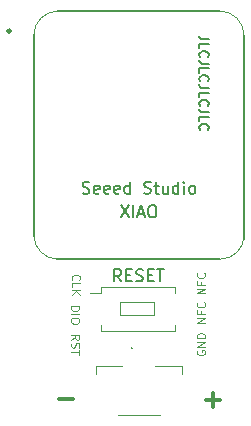
<source format=gto>
%TF.GenerationSoftware,KiCad,Pcbnew,8.0.3*%
%TF.CreationDate,2024-08-04T12:38:51+02:00*%
%TF.ProjectId,xiao_nrf52840_breakout,7869616f-5f6e-4726-9635-323834305f62,rev?*%
%TF.SameCoordinates,Original*%
%TF.FileFunction,Legend,Top*%
%TF.FilePolarity,Positive*%
%FSLAX46Y46*%
G04 Gerber Fmt 4.6, Leading zero omitted, Abs format (unit mm)*
G04 Created by KiCad (PCBNEW 8.0.3) date 2024-08-04 12:38:51*
%MOMM*%
%LPD*%
G01*
G04 APERTURE LIST*
%ADD10C,0.087500*%
%ADD11C,0.300000*%
%ADD12C,0.150000*%
%ADD13C,0.075000*%
%ADD14C,0.200000*%
%ADD15C,0.127000*%
%ADD16C,0.120000*%
%ADD17C,0.254000*%
%ADD18C,0.025400*%
%ADD19C,0.100000*%
%ADD20C,1.700000*%
%ADD21O,1.700000X1.700000*%
%ADD22R,1.700000X1.700000*%
%ADD23R,1.700000X1.400000*%
%ADD24C,2.250000*%
%ADD25R,2.250000X2.250000*%
%ADD26R,1.400000X1.700000*%
%ADD27R,0.800000X1.600000*%
%ADD28R,2.100000X3.000000*%
G04 APERTURE END LIST*
D10*
X162089783Y-118015768D02*
X161389783Y-118015768D01*
X161389783Y-118015768D02*
X162089783Y-117615768D01*
X162089783Y-117615768D02*
X161389783Y-117615768D01*
X161723116Y-117049102D02*
X161723116Y-117282435D01*
X162089783Y-117282435D02*
X161389783Y-117282435D01*
X161389783Y-117282435D02*
X161389783Y-116949102D01*
X162023116Y-116282435D02*
X162056450Y-116315768D01*
X162056450Y-116315768D02*
X162089783Y-116415768D01*
X162089783Y-116415768D02*
X162089783Y-116482435D01*
X162089783Y-116482435D02*
X162056450Y-116582435D01*
X162056450Y-116582435D02*
X161989783Y-116649102D01*
X161989783Y-116649102D02*
X161923116Y-116682435D01*
X161923116Y-116682435D02*
X161789783Y-116715768D01*
X161789783Y-116715768D02*
X161689783Y-116715768D01*
X161689783Y-116715768D02*
X161556450Y-116682435D01*
X161556450Y-116682435D02*
X161489783Y-116649102D01*
X161489783Y-116649102D02*
X161423116Y-116582435D01*
X161423116Y-116582435D02*
X161389783Y-116482435D01*
X161389783Y-116482435D02*
X161389783Y-116415768D01*
X161389783Y-116415768D02*
X161423116Y-116315768D01*
X161423116Y-116315768D02*
X161456450Y-116282435D01*
D11*
X162194510Y-127029400D02*
X163337368Y-127029400D01*
X162765939Y-127600828D02*
X162765939Y-126457971D01*
D12*
X162405704Y-96517731D02*
X161834276Y-96517731D01*
X161834276Y-96517731D02*
X161719990Y-96479636D01*
X161719990Y-96479636D02*
X161643800Y-96403445D01*
X161643800Y-96403445D02*
X161605704Y-96289160D01*
X161605704Y-96289160D02*
X161605704Y-96212969D01*
X161605704Y-97279636D02*
X161605704Y-96898684D01*
X161605704Y-96898684D02*
X162405704Y-96898684D01*
X161681895Y-98003446D02*
X161643800Y-97965350D01*
X161643800Y-97965350D02*
X161605704Y-97851065D01*
X161605704Y-97851065D02*
X161605704Y-97774874D01*
X161605704Y-97774874D02*
X161643800Y-97660588D01*
X161643800Y-97660588D02*
X161719990Y-97584398D01*
X161719990Y-97584398D02*
X161796180Y-97546303D01*
X161796180Y-97546303D02*
X161948561Y-97508207D01*
X161948561Y-97508207D02*
X162062847Y-97508207D01*
X162062847Y-97508207D02*
X162215228Y-97546303D01*
X162215228Y-97546303D02*
X162291419Y-97584398D01*
X162291419Y-97584398D02*
X162367609Y-97660588D01*
X162367609Y-97660588D02*
X162405704Y-97774874D01*
X162405704Y-97774874D02*
X162405704Y-97851065D01*
X162405704Y-97851065D02*
X162367609Y-97965350D01*
X162367609Y-97965350D02*
X162329514Y-98003446D01*
X162405704Y-98574874D02*
X161834276Y-98574874D01*
X161834276Y-98574874D02*
X161719990Y-98536779D01*
X161719990Y-98536779D02*
X161643800Y-98460588D01*
X161643800Y-98460588D02*
X161605704Y-98346303D01*
X161605704Y-98346303D02*
X161605704Y-98270112D01*
X161605704Y-99336779D02*
X161605704Y-98955827D01*
X161605704Y-98955827D02*
X162405704Y-98955827D01*
X161681895Y-100060589D02*
X161643800Y-100022493D01*
X161643800Y-100022493D02*
X161605704Y-99908208D01*
X161605704Y-99908208D02*
X161605704Y-99832017D01*
X161605704Y-99832017D02*
X161643800Y-99717731D01*
X161643800Y-99717731D02*
X161719990Y-99641541D01*
X161719990Y-99641541D02*
X161796180Y-99603446D01*
X161796180Y-99603446D02*
X161948561Y-99565350D01*
X161948561Y-99565350D02*
X162062847Y-99565350D01*
X162062847Y-99565350D02*
X162215228Y-99603446D01*
X162215228Y-99603446D02*
X162291419Y-99641541D01*
X162291419Y-99641541D02*
X162367609Y-99717731D01*
X162367609Y-99717731D02*
X162405704Y-99832017D01*
X162405704Y-99832017D02*
X162405704Y-99908208D01*
X162405704Y-99908208D02*
X162367609Y-100022493D01*
X162367609Y-100022493D02*
X162329514Y-100060589D01*
X162405704Y-100632017D02*
X161834276Y-100632017D01*
X161834276Y-100632017D02*
X161719990Y-100593922D01*
X161719990Y-100593922D02*
X161643800Y-100517731D01*
X161643800Y-100517731D02*
X161605704Y-100403446D01*
X161605704Y-100403446D02*
X161605704Y-100327255D01*
X161605704Y-101393922D02*
X161605704Y-101012970D01*
X161605704Y-101012970D02*
X162405704Y-101012970D01*
X161681895Y-102117732D02*
X161643800Y-102079636D01*
X161643800Y-102079636D02*
X161605704Y-101965351D01*
X161605704Y-101965351D02*
X161605704Y-101889160D01*
X161605704Y-101889160D02*
X161643800Y-101774874D01*
X161643800Y-101774874D02*
X161719990Y-101698684D01*
X161719990Y-101698684D02*
X161796180Y-101660589D01*
X161796180Y-101660589D02*
X161948561Y-101622493D01*
X161948561Y-101622493D02*
X162062847Y-101622493D01*
X162062847Y-101622493D02*
X162215228Y-101660589D01*
X162215228Y-101660589D02*
X162291419Y-101698684D01*
X162291419Y-101698684D02*
X162367609Y-101774874D01*
X162367609Y-101774874D02*
X162405704Y-101889160D01*
X162405704Y-101889160D02*
X162405704Y-101965351D01*
X162405704Y-101965351D02*
X162367609Y-102079636D01*
X162367609Y-102079636D02*
X162329514Y-102117732D01*
X162405704Y-102689160D02*
X161834276Y-102689160D01*
X161834276Y-102689160D02*
X161719990Y-102651065D01*
X161719990Y-102651065D02*
X161643800Y-102574874D01*
X161643800Y-102574874D02*
X161605704Y-102460589D01*
X161605704Y-102460589D02*
X161605704Y-102384398D01*
X161605704Y-103451065D02*
X161605704Y-103070113D01*
X161605704Y-103070113D02*
X162405704Y-103070113D01*
X161681895Y-104174875D02*
X161643800Y-104136779D01*
X161643800Y-104136779D02*
X161605704Y-104022494D01*
X161605704Y-104022494D02*
X161605704Y-103946303D01*
X161605704Y-103946303D02*
X161643800Y-103832017D01*
X161643800Y-103832017D02*
X161719990Y-103755827D01*
X161719990Y-103755827D02*
X161796180Y-103717732D01*
X161796180Y-103717732D02*
X161948561Y-103679636D01*
X161948561Y-103679636D02*
X162062847Y-103679636D01*
X162062847Y-103679636D02*
X162215228Y-103717732D01*
X162215228Y-103717732D02*
X162291419Y-103755827D01*
X162291419Y-103755827D02*
X162367609Y-103832017D01*
X162367609Y-103832017D02*
X162405704Y-103946303D01*
X162405704Y-103946303D02*
X162405704Y-104022494D01*
X162405704Y-104022494D02*
X162367609Y-104136779D01*
X162367609Y-104136779D02*
X162329514Y-104174875D01*
D13*
X150876233Y-116876008D02*
X150842900Y-116842675D01*
X150842900Y-116842675D02*
X150809566Y-116742675D01*
X150809566Y-116742675D02*
X150809566Y-116676008D01*
X150809566Y-116676008D02*
X150842900Y-116576008D01*
X150842900Y-116576008D02*
X150909566Y-116509342D01*
X150909566Y-116509342D02*
X150976233Y-116476008D01*
X150976233Y-116476008D02*
X151109566Y-116442675D01*
X151109566Y-116442675D02*
X151209566Y-116442675D01*
X151209566Y-116442675D02*
X151342900Y-116476008D01*
X151342900Y-116476008D02*
X151409566Y-116509342D01*
X151409566Y-116509342D02*
X151476233Y-116576008D01*
X151476233Y-116576008D02*
X151509566Y-116676008D01*
X151509566Y-116676008D02*
X151509566Y-116742675D01*
X151509566Y-116742675D02*
X151476233Y-116842675D01*
X151476233Y-116842675D02*
X151442900Y-116876008D01*
X150809566Y-117509342D02*
X150809566Y-117176008D01*
X150809566Y-117176008D02*
X151509566Y-117176008D01*
X150809566Y-117742675D02*
X151509566Y-117742675D01*
X150809566Y-118142675D02*
X151209566Y-117842675D01*
X151509566Y-118142675D02*
X151109566Y-117742675D01*
D11*
X149744510Y-126999400D02*
X150887368Y-126999400D01*
D10*
X162109783Y-120515768D02*
X161409783Y-120515768D01*
X161409783Y-120515768D02*
X162109783Y-120115768D01*
X162109783Y-120115768D02*
X161409783Y-120115768D01*
X161743116Y-119549102D02*
X161743116Y-119782435D01*
X162109783Y-119782435D02*
X161409783Y-119782435D01*
X161409783Y-119782435D02*
X161409783Y-119449102D01*
X162043116Y-118782435D02*
X162076450Y-118815768D01*
X162076450Y-118815768D02*
X162109783Y-118915768D01*
X162109783Y-118915768D02*
X162109783Y-118982435D01*
X162109783Y-118982435D02*
X162076450Y-119082435D01*
X162076450Y-119082435D02*
X162009783Y-119149102D01*
X162009783Y-119149102D02*
X161943116Y-119182435D01*
X161943116Y-119182435D02*
X161809783Y-119215768D01*
X161809783Y-119215768D02*
X161709783Y-119215768D01*
X161709783Y-119215768D02*
X161576450Y-119182435D01*
X161576450Y-119182435D02*
X161509783Y-119149102D01*
X161509783Y-119149102D02*
X161443116Y-119082435D01*
X161443116Y-119082435D02*
X161409783Y-118982435D01*
X161409783Y-118982435D02*
X161409783Y-118915768D01*
X161409783Y-118915768D02*
X161443116Y-118815768D01*
X161443116Y-118815768D02*
X161476450Y-118782435D01*
D14*
X154991101Y-116987219D02*
X154657768Y-116511028D01*
X154419673Y-116987219D02*
X154419673Y-115987219D01*
X154419673Y-115987219D02*
X154800625Y-115987219D01*
X154800625Y-115987219D02*
X154895863Y-116034838D01*
X154895863Y-116034838D02*
X154943482Y-116082457D01*
X154943482Y-116082457D02*
X154991101Y-116177695D01*
X154991101Y-116177695D02*
X154991101Y-116320552D01*
X154991101Y-116320552D02*
X154943482Y-116415790D01*
X154943482Y-116415790D02*
X154895863Y-116463409D01*
X154895863Y-116463409D02*
X154800625Y-116511028D01*
X154800625Y-116511028D02*
X154419673Y-116511028D01*
X155419673Y-116463409D02*
X155753006Y-116463409D01*
X155895863Y-116987219D02*
X155419673Y-116987219D01*
X155419673Y-116987219D02*
X155419673Y-115987219D01*
X155419673Y-115987219D02*
X155895863Y-115987219D01*
X156276816Y-116939600D02*
X156419673Y-116987219D01*
X156419673Y-116987219D02*
X156657768Y-116987219D01*
X156657768Y-116987219D02*
X156753006Y-116939600D01*
X156753006Y-116939600D02*
X156800625Y-116891980D01*
X156800625Y-116891980D02*
X156848244Y-116796742D01*
X156848244Y-116796742D02*
X156848244Y-116701504D01*
X156848244Y-116701504D02*
X156800625Y-116606266D01*
X156800625Y-116606266D02*
X156753006Y-116558647D01*
X156753006Y-116558647D02*
X156657768Y-116511028D01*
X156657768Y-116511028D02*
X156467292Y-116463409D01*
X156467292Y-116463409D02*
X156372054Y-116415790D01*
X156372054Y-116415790D02*
X156324435Y-116368171D01*
X156324435Y-116368171D02*
X156276816Y-116272933D01*
X156276816Y-116272933D02*
X156276816Y-116177695D01*
X156276816Y-116177695D02*
X156324435Y-116082457D01*
X156324435Y-116082457D02*
X156372054Y-116034838D01*
X156372054Y-116034838D02*
X156467292Y-115987219D01*
X156467292Y-115987219D02*
X156705387Y-115987219D01*
X156705387Y-115987219D02*
X156848244Y-116034838D01*
X157276816Y-116463409D02*
X157610149Y-116463409D01*
X157753006Y-116987219D02*
X157276816Y-116987219D01*
X157276816Y-116987219D02*
X157276816Y-115987219D01*
X157276816Y-115987219D02*
X157753006Y-115987219D01*
X158038721Y-115987219D02*
X158610149Y-115987219D01*
X158324435Y-116987219D02*
X158324435Y-115987219D01*
D10*
X161443116Y-122859101D02*
X161409783Y-122925768D01*
X161409783Y-122925768D02*
X161409783Y-123025768D01*
X161409783Y-123025768D02*
X161443116Y-123125768D01*
X161443116Y-123125768D02*
X161509783Y-123192435D01*
X161509783Y-123192435D02*
X161576450Y-123225768D01*
X161576450Y-123225768D02*
X161709783Y-123259101D01*
X161709783Y-123259101D02*
X161809783Y-123259101D01*
X161809783Y-123259101D02*
X161943116Y-123225768D01*
X161943116Y-123225768D02*
X162009783Y-123192435D01*
X162009783Y-123192435D02*
X162076450Y-123125768D01*
X162076450Y-123125768D02*
X162109783Y-123025768D01*
X162109783Y-123025768D02*
X162109783Y-122959101D01*
X162109783Y-122959101D02*
X162076450Y-122859101D01*
X162076450Y-122859101D02*
X162043116Y-122825768D01*
X162043116Y-122825768D02*
X161809783Y-122825768D01*
X161809783Y-122825768D02*
X161809783Y-122959101D01*
X162109783Y-122525768D02*
X161409783Y-122525768D01*
X161409783Y-122525768D02*
X162109783Y-122125768D01*
X162109783Y-122125768D02*
X161409783Y-122125768D01*
X162109783Y-121792435D02*
X161409783Y-121792435D01*
X161409783Y-121792435D02*
X161409783Y-121625768D01*
X161409783Y-121625768D02*
X161443116Y-121525768D01*
X161443116Y-121525768D02*
X161509783Y-121459102D01*
X161509783Y-121459102D02*
X161576450Y-121425768D01*
X161576450Y-121425768D02*
X161709783Y-121392435D01*
X161709783Y-121392435D02*
X161809783Y-121392435D01*
X161809783Y-121392435D02*
X161943116Y-121425768D01*
X161943116Y-121425768D02*
X162009783Y-121459102D01*
X162009783Y-121459102D02*
X162076450Y-121525768D01*
X162076450Y-121525768D02*
X162109783Y-121625768D01*
X162109783Y-121625768D02*
X162109783Y-121792435D01*
D13*
X150769566Y-121946008D02*
X151102900Y-121712675D01*
X150769566Y-121546008D02*
X151469566Y-121546008D01*
X151469566Y-121546008D02*
X151469566Y-121812675D01*
X151469566Y-121812675D02*
X151436233Y-121879342D01*
X151436233Y-121879342D02*
X151402900Y-121912675D01*
X151402900Y-121912675D02*
X151336233Y-121946008D01*
X151336233Y-121946008D02*
X151236233Y-121946008D01*
X151236233Y-121946008D02*
X151169566Y-121912675D01*
X151169566Y-121912675D02*
X151136233Y-121879342D01*
X151136233Y-121879342D02*
X151102900Y-121812675D01*
X151102900Y-121812675D02*
X151102900Y-121546008D01*
X150802900Y-122212675D02*
X150769566Y-122312675D01*
X150769566Y-122312675D02*
X150769566Y-122479342D01*
X150769566Y-122479342D02*
X150802900Y-122546008D01*
X150802900Y-122546008D02*
X150836233Y-122579342D01*
X150836233Y-122579342D02*
X150902900Y-122612675D01*
X150902900Y-122612675D02*
X150969566Y-122612675D01*
X150969566Y-122612675D02*
X151036233Y-122579342D01*
X151036233Y-122579342D02*
X151069566Y-122546008D01*
X151069566Y-122546008D02*
X151102900Y-122479342D01*
X151102900Y-122479342D02*
X151136233Y-122346008D01*
X151136233Y-122346008D02*
X151169566Y-122279342D01*
X151169566Y-122279342D02*
X151202900Y-122246008D01*
X151202900Y-122246008D02*
X151269566Y-122212675D01*
X151269566Y-122212675D02*
X151336233Y-122212675D01*
X151336233Y-122212675D02*
X151402900Y-122246008D01*
X151402900Y-122246008D02*
X151436233Y-122279342D01*
X151436233Y-122279342D02*
X151469566Y-122346008D01*
X151469566Y-122346008D02*
X151469566Y-122512675D01*
X151469566Y-122512675D02*
X151436233Y-122612675D01*
X151469566Y-122812675D02*
X151469566Y-123212675D01*
X150769566Y-123012675D02*
X151469566Y-123012675D01*
X150759566Y-119106008D02*
X151459566Y-119106008D01*
X151459566Y-119106008D02*
X151459566Y-119272675D01*
X151459566Y-119272675D02*
X151426233Y-119372675D01*
X151426233Y-119372675D02*
X151359566Y-119439342D01*
X151359566Y-119439342D02*
X151292900Y-119472675D01*
X151292900Y-119472675D02*
X151159566Y-119506008D01*
X151159566Y-119506008D02*
X151059566Y-119506008D01*
X151059566Y-119506008D02*
X150926233Y-119472675D01*
X150926233Y-119472675D02*
X150859566Y-119439342D01*
X150859566Y-119439342D02*
X150792900Y-119372675D01*
X150792900Y-119372675D02*
X150759566Y-119272675D01*
X150759566Y-119272675D02*
X150759566Y-119106008D01*
X150759566Y-119806008D02*
X151459566Y-119806008D01*
X151459566Y-120272675D02*
X151459566Y-120406008D01*
X151459566Y-120406008D02*
X151426233Y-120472675D01*
X151426233Y-120472675D02*
X151359566Y-120539341D01*
X151359566Y-120539341D02*
X151226233Y-120572675D01*
X151226233Y-120572675D02*
X150992900Y-120572675D01*
X150992900Y-120572675D02*
X150859566Y-120539341D01*
X150859566Y-120539341D02*
X150792900Y-120472675D01*
X150792900Y-120472675D02*
X150759566Y-120406008D01*
X150759566Y-120406008D02*
X150759566Y-120272675D01*
X150759566Y-120272675D02*
X150792900Y-120206008D01*
X150792900Y-120206008D02*
X150859566Y-120139341D01*
X150859566Y-120139341D02*
X150992900Y-120106008D01*
X150992900Y-120106008D02*
X151226233Y-120106008D01*
X151226233Y-120106008D02*
X151359566Y-120139341D01*
X151359566Y-120139341D02*
X151426233Y-120206008D01*
X151426233Y-120206008D02*
X151459566Y-120272675D01*
D12*
X154976191Y-110574819D02*
X155642857Y-111574819D01*
X155642857Y-110574819D02*
X154976191Y-111574819D01*
X156023810Y-111574819D02*
X156023810Y-110574819D01*
X156452381Y-111289104D02*
X156928571Y-111289104D01*
X156357143Y-111574819D02*
X156690476Y-110574819D01*
X156690476Y-110574819D02*
X157023809Y-111574819D01*
X157547619Y-110574819D02*
X157738095Y-110574819D01*
X157738095Y-110574819D02*
X157833333Y-110622438D01*
X157833333Y-110622438D02*
X157928571Y-110717676D01*
X157928571Y-110717676D02*
X157976190Y-110908152D01*
X157976190Y-110908152D02*
X157976190Y-111241485D01*
X157976190Y-111241485D02*
X157928571Y-111431961D01*
X157928571Y-111431961D02*
X157833333Y-111527200D01*
X157833333Y-111527200D02*
X157738095Y-111574819D01*
X157738095Y-111574819D02*
X157547619Y-111574819D01*
X157547619Y-111574819D02*
X157452381Y-111527200D01*
X157452381Y-111527200D02*
X157357143Y-111431961D01*
X157357143Y-111431961D02*
X157309524Y-111241485D01*
X157309524Y-111241485D02*
X157309524Y-110908152D01*
X157309524Y-110908152D02*
X157357143Y-110717676D01*
X157357143Y-110717676D02*
X157452381Y-110622438D01*
X157452381Y-110622438D02*
X157547619Y-110574819D01*
X151738095Y-109527200D02*
X151880952Y-109574819D01*
X151880952Y-109574819D02*
X152119047Y-109574819D01*
X152119047Y-109574819D02*
X152214285Y-109527200D01*
X152214285Y-109527200D02*
X152261904Y-109479580D01*
X152261904Y-109479580D02*
X152309523Y-109384342D01*
X152309523Y-109384342D02*
X152309523Y-109289104D01*
X152309523Y-109289104D02*
X152261904Y-109193866D01*
X152261904Y-109193866D02*
X152214285Y-109146247D01*
X152214285Y-109146247D02*
X152119047Y-109098628D01*
X152119047Y-109098628D02*
X151928571Y-109051009D01*
X151928571Y-109051009D02*
X151833333Y-109003390D01*
X151833333Y-109003390D02*
X151785714Y-108955771D01*
X151785714Y-108955771D02*
X151738095Y-108860533D01*
X151738095Y-108860533D02*
X151738095Y-108765295D01*
X151738095Y-108765295D02*
X151785714Y-108670057D01*
X151785714Y-108670057D02*
X151833333Y-108622438D01*
X151833333Y-108622438D02*
X151928571Y-108574819D01*
X151928571Y-108574819D02*
X152166666Y-108574819D01*
X152166666Y-108574819D02*
X152309523Y-108622438D01*
X153119047Y-109527200D02*
X153023809Y-109574819D01*
X153023809Y-109574819D02*
X152833333Y-109574819D01*
X152833333Y-109574819D02*
X152738095Y-109527200D01*
X152738095Y-109527200D02*
X152690476Y-109431961D01*
X152690476Y-109431961D02*
X152690476Y-109051009D01*
X152690476Y-109051009D02*
X152738095Y-108955771D01*
X152738095Y-108955771D02*
X152833333Y-108908152D01*
X152833333Y-108908152D02*
X153023809Y-108908152D01*
X153023809Y-108908152D02*
X153119047Y-108955771D01*
X153119047Y-108955771D02*
X153166666Y-109051009D01*
X153166666Y-109051009D02*
X153166666Y-109146247D01*
X153166666Y-109146247D02*
X152690476Y-109241485D01*
X153976190Y-109527200D02*
X153880952Y-109574819D01*
X153880952Y-109574819D02*
X153690476Y-109574819D01*
X153690476Y-109574819D02*
X153595238Y-109527200D01*
X153595238Y-109527200D02*
X153547619Y-109431961D01*
X153547619Y-109431961D02*
X153547619Y-109051009D01*
X153547619Y-109051009D02*
X153595238Y-108955771D01*
X153595238Y-108955771D02*
X153690476Y-108908152D01*
X153690476Y-108908152D02*
X153880952Y-108908152D01*
X153880952Y-108908152D02*
X153976190Y-108955771D01*
X153976190Y-108955771D02*
X154023809Y-109051009D01*
X154023809Y-109051009D02*
X154023809Y-109146247D01*
X154023809Y-109146247D02*
X153547619Y-109241485D01*
X154833333Y-109527200D02*
X154738095Y-109574819D01*
X154738095Y-109574819D02*
X154547619Y-109574819D01*
X154547619Y-109574819D02*
X154452381Y-109527200D01*
X154452381Y-109527200D02*
X154404762Y-109431961D01*
X154404762Y-109431961D02*
X154404762Y-109051009D01*
X154404762Y-109051009D02*
X154452381Y-108955771D01*
X154452381Y-108955771D02*
X154547619Y-108908152D01*
X154547619Y-108908152D02*
X154738095Y-108908152D01*
X154738095Y-108908152D02*
X154833333Y-108955771D01*
X154833333Y-108955771D02*
X154880952Y-109051009D01*
X154880952Y-109051009D02*
X154880952Y-109146247D01*
X154880952Y-109146247D02*
X154404762Y-109241485D01*
X155738095Y-109574819D02*
X155738095Y-108574819D01*
X155738095Y-109527200D02*
X155642857Y-109574819D01*
X155642857Y-109574819D02*
X155452381Y-109574819D01*
X155452381Y-109574819D02*
X155357143Y-109527200D01*
X155357143Y-109527200D02*
X155309524Y-109479580D01*
X155309524Y-109479580D02*
X155261905Y-109384342D01*
X155261905Y-109384342D02*
X155261905Y-109098628D01*
X155261905Y-109098628D02*
X155309524Y-109003390D01*
X155309524Y-109003390D02*
X155357143Y-108955771D01*
X155357143Y-108955771D02*
X155452381Y-108908152D01*
X155452381Y-108908152D02*
X155642857Y-108908152D01*
X155642857Y-108908152D02*
X155738095Y-108955771D01*
X156928572Y-109527200D02*
X157071429Y-109574819D01*
X157071429Y-109574819D02*
X157309524Y-109574819D01*
X157309524Y-109574819D02*
X157404762Y-109527200D01*
X157404762Y-109527200D02*
X157452381Y-109479580D01*
X157452381Y-109479580D02*
X157500000Y-109384342D01*
X157500000Y-109384342D02*
X157500000Y-109289104D01*
X157500000Y-109289104D02*
X157452381Y-109193866D01*
X157452381Y-109193866D02*
X157404762Y-109146247D01*
X157404762Y-109146247D02*
X157309524Y-109098628D01*
X157309524Y-109098628D02*
X157119048Y-109051009D01*
X157119048Y-109051009D02*
X157023810Y-109003390D01*
X157023810Y-109003390D02*
X156976191Y-108955771D01*
X156976191Y-108955771D02*
X156928572Y-108860533D01*
X156928572Y-108860533D02*
X156928572Y-108765295D01*
X156928572Y-108765295D02*
X156976191Y-108670057D01*
X156976191Y-108670057D02*
X157023810Y-108622438D01*
X157023810Y-108622438D02*
X157119048Y-108574819D01*
X157119048Y-108574819D02*
X157357143Y-108574819D01*
X157357143Y-108574819D02*
X157500000Y-108622438D01*
X157785715Y-108908152D02*
X158166667Y-108908152D01*
X157928572Y-108574819D02*
X157928572Y-109431961D01*
X157928572Y-109431961D02*
X157976191Y-109527200D01*
X157976191Y-109527200D02*
X158071429Y-109574819D01*
X158071429Y-109574819D02*
X158166667Y-109574819D01*
X158928572Y-108908152D02*
X158928572Y-109574819D01*
X158500001Y-108908152D02*
X158500001Y-109431961D01*
X158500001Y-109431961D02*
X158547620Y-109527200D01*
X158547620Y-109527200D02*
X158642858Y-109574819D01*
X158642858Y-109574819D02*
X158785715Y-109574819D01*
X158785715Y-109574819D02*
X158880953Y-109527200D01*
X158880953Y-109527200D02*
X158928572Y-109479580D01*
X159833334Y-109574819D02*
X159833334Y-108574819D01*
X159833334Y-109527200D02*
X159738096Y-109574819D01*
X159738096Y-109574819D02*
X159547620Y-109574819D01*
X159547620Y-109574819D02*
X159452382Y-109527200D01*
X159452382Y-109527200D02*
X159404763Y-109479580D01*
X159404763Y-109479580D02*
X159357144Y-109384342D01*
X159357144Y-109384342D02*
X159357144Y-109098628D01*
X159357144Y-109098628D02*
X159404763Y-109003390D01*
X159404763Y-109003390D02*
X159452382Y-108955771D01*
X159452382Y-108955771D02*
X159547620Y-108908152D01*
X159547620Y-108908152D02*
X159738096Y-108908152D01*
X159738096Y-108908152D02*
X159833334Y-108955771D01*
X160309525Y-109574819D02*
X160309525Y-108908152D01*
X160309525Y-108574819D02*
X160261906Y-108622438D01*
X160261906Y-108622438D02*
X160309525Y-108670057D01*
X160309525Y-108670057D02*
X160357144Y-108622438D01*
X160357144Y-108622438D02*
X160309525Y-108574819D01*
X160309525Y-108574819D02*
X160309525Y-108670057D01*
X160928572Y-109574819D02*
X160833334Y-109527200D01*
X160833334Y-109527200D02*
X160785715Y-109479580D01*
X160785715Y-109479580D02*
X160738096Y-109384342D01*
X160738096Y-109384342D02*
X160738096Y-109098628D01*
X160738096Y-109098628D02*
X160785715Y-109003390D01*
X160785715Y-109003390D02*
X160833334Y-108955771D01*
X160833334Y-108955771D02*
X160928572Y-108908152D01*
X160928572Y-108908152D02*
X161071429Y-108908152D01*
X161071429Y-108908152D02*
X161166667Y-108955771D01*
X161166667Y-108955771D02*
X161214286Y-109003390D01*
X161214286Y-109003390D02*
X161261905Y-109098628D01*
X161261905Y-109098628D02*
X161261905Y-109384342D01*
X161261905Y-109384342D02*
X161214286Y-109479580D01*
X161214286Y-109479580D02*
X161166667Y-109527200D01*
X161166667Y-109527200D02*
X161071429Y-109574819D01*
X161071429Y-109574819D02*
X160928572Y-109574819D01*
D15*
%TO.C,U1*%
X147600000Y-96120000D02*
X147600000Y-113120000D01*
X149600000Y-115120000D02*
X163400000Y-115120000D01*
X163400000Y-94120910D02*
X149600000Y-94120910D01*
X165400000Y-113120000D02*
X165400000Y-96120000D01*
D16*
X147600000Y-96120000D02*
G75*
G02*
X149600000Y-94120000I2044612J-44612D01*
G01*
X149600000Y-115120000D02*
G75*
G02*
X147600000Y-113120000I44857J2044857D01*
G01*
X163400000Y-94120000D02*
G75*
G02*
X165400000Y-96120000I-44600J-2044600D01*
G01*
X165400000Y-113120000D02*
G75*
G02*
X163400000Y-115120000I-2000000J0D01*
G01*
D17*
X145627000Y-95820000D02*
G75*
G02*
X145373000Y-95820000I-127000J0D01*
G01*
X145373000Y-95820000D02*
G75*
G02*
X145627000Y-95820000I127000J0D01*
G01*
D18*
X147612285Y-96058295D02*
X147615333Y-96009527D01*
X147619397Y-95960506D01*
X147612285Y-96058295D01*
X165387713Y-113190850D02*
X165384665Y-113239618D01*
X165380601Y-113288639D01*
X165375268Y-113337407D01*
X165368664Y-113386175D01*
X165361044Y-113434690D01*
X165352153Y-113482950D01*
X165342248Y-113530955D01*
X165389492Y-113141574D01*
X165387713Y-113190850D01*
D16*
%TO.C,SW1*%
X153319776Y-117488705D02*
X153319776Y-117948705D01*
X153319776Y-117948705D02*
X152319776Y-117948705D01*
X153319776Y-120728705D02*
X153319776Y-121188705D01*
X153319776Y-121188705D02*
X159519776Y-121188705D01*
X159519776Y-117488705D02*
X153319776Y-117488705D01*
X159519776Y-117488705D02*
X159519776Y-117948705D01*
X159519776Y-120728705D02*
X159519776Y-121188705D01*
X154919776Y-118788705D02*
X157769776Y-118788705D01*
X157769776Y-119838705D01*
X154919776Y-119838705D01*
X154919776Y-118788705D01*
D19*
%TO.C,J1*%
X152880000Y-124140000D02*
X155105000Y-124140000D01*
X152880000Y-124840000D02*
X152880000Y-124140000D01*
X154705000Y-128340000D02*
X158305000Y-128340000D01*
X155805000Y-122640000D02*
X155805000Y-122640000D01*
X155905000Y-122640000D02*
X155905000Y-122640000D01*
X157905000Y-124140000D02*
X160130000Y-124140000D01*
X160130000Y-124140000D02*
X160130000Y-124840000D01*
X155805000Y-122640000D02*
G75*
G02*
X155905000Y-122640000I50000J0D01*
G01*
X155905000Y-122640000D02*
G75*
G02*
X155805000Y-122640000I-50000J0D01*
G01*
%TD*%
%LPC*%
D20*
%TO.C,J6*%
X155229912Y-95960000D03*
D21*
X157769912Y-95960000D03*
X155229912Y-98500000D03*
D22*
X157769912Y-98500000D03*
%TD*%
D23*
%TO.C,J10*%
X152009409Y-104200000D03*
%TD*%
%TO.C,J9*%
X152000000Y-102280000D03*
%TD*%
D24*
%TO.C,SW1*%
X153169776Y-119338705D03*
D25*
X159669776Y-119338705D03*
%TD*%
D26*
%TO.C,J8*%
X160300000Y-113880000D03*
%TD*%
D20*
%TO.C,J3*%
X164108391Y-96981453D03*
D22*
X164108391Y-99521453D03*
D21*
X164108391Y-102061453D03*
X164108391Y-104601453D03*
X164108391Y-107141453D03*
X164108391Y-109681453D03*
X164108391Y-112221453D03*
%TD*%
D27*
%TO.C,J1*%
X155880000Y-123740000D03*
X157130000Y-123740000D03*
D28*
X153330000Y-126640000D03*
X159680000Y-126640000D03*
%TD*%
D20*
%TO.C,J7*%
X148890000Y-117300000D03*
D21*
X148890000Y-119840000D03*
X148890000Y-122380000D03*
%TD*%
D20*
%TO.C,J5*%
X164090000Y-117300000D03*
D21*
X164090000Y-119840000D03*
D22*
X164090000Y-122380000D03*
%TD*%
D26*
%TO.C,J4*%
X162200000Y-113880000D03*
%TD*%
D20*
%TO.C,J2*%
X148886092Y-112221453D03*
D21*
X148886092Y-109681453D03*
X148886092Y-107141453D03*
X148886092Y-104601453D03*
X148886092Y-102061453D03*
X148886092Y-99521453D03*
X148886092Y-96981453D03*
%TD*%
%LPD*%
M02*

</source>
